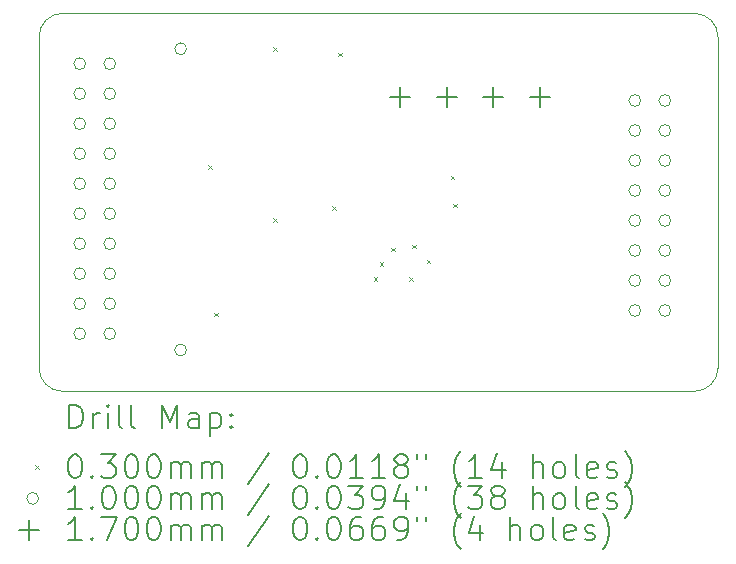
<source format=gbr>
%TF.GenerationSoftware,KiCad,Pcbnew,8.0.8-8.0.8-0~ubuntu22.04.1*%
%TF.CreationDate,2025-01-23T22:19:47+01:00*%
%TF.ProjectId,glm5va,676c6d35-7661-42e6-9b69-6361645f7063,v1.0*%
%TF.SameCoordinates,Original*%
%TF.FileFunction,Drillmap*%
%TF.FilePolarity,Positive*%
%FSLAX45Y45*%
G04 Gerber Fmt 4.5, Leading zero omitted, Abs format (unit mm)*
G04 Created by KiCad (PCBNEW 8.0.8-8.0.8-0~ubuntu22.04.1) date 2025-01-23 22:19:47*
%MOMM*%
%LPD*%
G01*
G04 APERTURE LIST*
%ADD10C,0.050000*%
%ADD11C,0.200000*%
%ADD12C,0.100000*%
%ADD13C,0.170000*%
G04 APERTURE END LIST*
D10*
X11850000Y-6950000D02*
X17200000Y-6950000D01*
X11650000Y-9950000D02*
X11650000Y-7150000D01*
X17200000Y-6950000D02*
G75*
G02*
X17400000Y-7150000I0J-200000D01*
G01*
X17400000Y-7150000D02*
X17400000Y-9950000D01*
X11850000Y-10150000D02*
G75*
G02*
X11650000Y-9950000I0J200000D01*
G01*
X17400000Y-9950000D02*
G75*
G02*
X17200000Y-10150000I-200000J0D01*
G01*
X11650000Y-7150000D02*
G75*
G02*
X11850000Y-6950000I200000J0D01*
G01*
X17200000Y-10150000D02*
X11850000Y-10150000D01*
D11*
D12*
X13085000Y-8235000D02*
X13115000Y-8265000D01*
X13115000Y-8235000D02*
X13085000Y-8265000D01*
X13135000Y-9485000D02*
X13165000Y-9515000D01*
X13165000Y-9485000D02*
X13135000Y-9515000D01*
X13635000Y-7235000D02*
X13665000Y-7265000D01*
X13665000Y-7235000D02*
X13635000Y-7265000D01*
X13635000Y-8685000D02*
X13665000Y-8715000D01*
X13665000Y-8685000D02*
X13635000Y-8715000D01*
X14135000Y-8585000D02*
X14165000Y-8615000D01*
X14165000Y-8585000D02*
X14135000Y-8615000D01*
X14185000Y-7285000D02*
X14215000Y-7315000D01*
X14215000Y-7285000D02*
X14185000Y-7315000D01*
X14485000Y-9185000D02*
X14515000Y-9215000D01*
X14515000Y-9185000D02*
X14485000Y-9215000D01*
X14535000Y-9055000D02*
X14565000Y-9085000D01*
X14565000Y-9055000D02*
X14535000Y-9085000D01*
X14635000Y-8935000D02*
X14665000Y-8965000D01*
X14665000Y-8935000D02*
X14635000Y-8965000D01*
X14785000Y-9185000D02*
X14815000Y-9215000D01*
X14815000Y-9185000D02*
X14785000Y-9215000D01*
X14810000Y-8910000D02*
X14840000Y-8940000D01*
X14840000Y-8910000D02*
X14810000Y-8940000D01*
X14935000Y-9035000D02*
X14965000Y-9065000D01*
X14965000Y-9035000D02*
X14935000Y-9065000D01*
X15135000Y-8323536D02*
X15165000Y-8353536D01*
X15165000Y-8323536D02*
X15135000Y-8353536D01*
X15160000Y-8560000D02*
X15190000Y-8590000D01*
X15190000Y-8560000D02*
X15160000Y-8590000D01*
X12046000Y-7376000D02*
G75*
G02*
X11946000Y-7376000I-50000J0D01*
G01*
X11946000Y-7376000D02*
G75*
G02*
X12046000Y-7376000I50000J0D01*
G01*
X12046000Y-7630000D02*
G75*
G02*
X11946000Y-7630000I-50000J0D01*
G01*
X11946000Y-7630000D02*
G75*
G02*
X12046000Y-7630000I50000J0D01*
G01*
X12046000Y-7884000D02*
G75*
G02*
X11946000Y-7884000I-50000J0D01*
G01*
X11946000Y-7884000D02*
G75*
G02*
X12046000Y-7884000I50000J0D01*
G01*
X12046000Y-8138000D02*
G75*
G02*
X11946000Y-8138000I-50000J0D01*
G01*
X11946000Y-8138000D02*
G75*
G02*
X12046000Y-8138000I50000J0D01*
G01*
X12046000Y-8392000D02*
G75*
G02*
X11946000Y-8392000I-50000J0D01*
G01*
X11946000Y-8392000D02*
G75*
G02*
X12046000Y-8392000I50000J0D01*
G01*
X12046000Y-8646000D02*
G75*
G02*
X11946000Y-8646000I-50000J0D01*
G01*
X11946000Y-8646000D02*
G75*
G02*
X12046000Y-8646000I50000J0D01*
G01*
X12046000Y-8900000D02*
G75*
G02*
X11946000Y-8900000I-50000J0D01*
G01*
X11946000Y-8900000D02*
G75*
G02*
X12046000Y-8900000I50000J0D01*
G01*
X12046000Y-9154000D02*
G75*
G02*
X11946000Y-9154000I-50000J0D01*
G01*
X11946000Y-9154000D02*
G75*
G02*
X12046000Y-9154000I50000J0D01*
G01*
X12046000Y-9408000D02*
G75*
G02*
X11946000Y-9408000I-50000J0D01*
G01*
X11946000Y-9408000D02*
G75*
G02*
X12046000Y-9408000I50000J0D01*
G01*
X12046000Y-9662000D02*
G75*
G02*
X11946000Y-9662000I-50000J0D01*
G01*
X11946000Y-9662000D02*
G75*
G02*
X12046000Y-9662000I50000J0D01*
G01*
X12300000Y-7376000D02*
G75*
G02*
X12200000Y-7376000I-50000J0D01*
G01*
X12200000Y-7376000D02*
G75*
G02*
X12300000Y-7376000I50000J0D01*
G01*
X12300000Y-7630000D02*
G75*
G02*
X12200000Y-7630000I-50000J0D01*
G01*
X12200000Y-7630000D02*
G75*
G02*
X12300000Y-7630000I50000J0D01*
G01*
X12300000Y-7884000D02*
G75*
G02*
X12200000Y-7884000I-50000J0D01*
G01*
X12200000Y-7884000D02*
G75*
G02*
X12300000Y-7884000I50000J0D01*
G01*
X12300000Y-8138000D02*
G75*
G02*
X12200000Y-8138000I-50000J0D01*
G01*
X12200000Y-8138000D02*
G75*
G02*
X12300000Y-8138000I50000J0D01*
G01*
X12300000Y-8392000D02*
G75*
G02*
X12200000Y-8392000I-50000J0D01*
G01*
X12200000Y-8392000D02*
G75*
G02*
X12300000Y-8392000I50000J0D01*
G01*
X12300000Y-8646000D02*
G75*
G02*
X12200000Y-8646000I-50000J0D01*
G01*
X12200000Y-8646000D02*
G75*
G02*
X12300000Y-8646000I50000J0D01*
G01*
X12300000Y-8900000D02*
G75*
G02*
X12200000Y-8900000I-50000J0D01*
G01*
X12200000Y-8900000D02*
G75*
G02*
X12300000Y-8900000I50000J0D01*
G01*
X12300000Y-9154000D02*
G75*
G02*
X12200000Y-9154000I-50000J0D01*
G01*
X12200000Y-9154000D02*
G75*
G02*
X12300000Y-9154000I50000J0D01*
G01*
X12300000Y-9408000D02*
G75*
G02*
X12200000Y-9408000I-50000J0D01*
G01*
X12200000Y-9408000D02*
G75*
G02*
X12300000Y-9408000I50000J0D01*
G01*
X12300000Y-9662000D02*
G75*
G02*
X12200000Y-9662000I-50000J0D01*
G01*
X12200000Y-9662000D02*
G75*
G02*
X12300000Y-9662000I50000J0D01*
G01*
X12900000Y-7250000D02*
G75*
G02*
X12800000Y-7250000I-50000J0D01*
G01*
X12800000Y-7250000D02*
G75*
G02*
X12900000Y-7250000I50000J0D01*
G01*
X12900000Y-9800000D02*
G75*
G02*
X12800000Y-9800000I-50000J0D01*
G01*
X12800000Y-9800000D02*
G75*
G02*
X12900000Y-9800000I50000J0D01*
G01*
X16746000Y-7688000D02*
G75*
G02*
X16646000Y-7688000I-50000J0D01*
G01*
X16646000Y-7688000D02*
G75*
G02*
X16746000Y-7688000I50000J0D01*
G01*
X16746000Y-7942000D02*
G75*
G02*
X16646000Y-7942000I-50000J0D01*
G01*
X16646000Y-7942000D02*
G75*
G02*
X16746000Y-7942000I50000J0D01*
G01*
X16746000Y-8196000D02*
G75*
G02*
X16646000Y-8196000I-50000J0D01*
G01*
X16646000Y-8196000D02*
G75*
G02*
X16746000Y-8196000I50000J0D01*
G01*
X16746000Y-8450000D02*
G75*
G02*
X16646000Y-8450000I-50000J0D01*
G01*
X16646000Y-8450000D02*
G75*
G02*
X16746000Y-8450000I50000J0D01*
G01*
X16746000Y-8704000D02*
G75*
G02*
X16646000Y-8704000I-50000J0D01*
G01*
X16646000Y-8704000D02*
G75*
G02*
X16746000Y-8704000I50000J0D01*
G01*
X16746000Y-8958000D02*
G75*
G02*
X16646000Y-8958000I-50000J0D01*
G01*
X16646000Y-8958000D02*
G75*
G02*
X16746000Y-8958000I50000J0D01*
G01*
X16746000Y-9212000D02*
G75*
G02*
X16646000Y-9212000I-50000J0D01*
G01*
X16646000Y-9212000D02*
G75*
G02*
X16746000Y-9212000I50000J0D01*
G01*
X16746000Y-9466000D02*
G75*
G02*
X16646000Y-9466000I-50000J0D01*
G01*
X16646000Y-9466000D02*
G75*
G02*
X16746000Y-9466000I50000J0D01*
G01*
X17000000Y-7688000D02*
G75*
G02*
X16900000Y-7688000I-50000J0D01*
G01*
X16900000Y-7688000D02*
G75*
G02*
X17000000Y-7688000I50000J0D01*
G01*
X17000000Y-7942000D02*
G75*
G02*
X16900000Y-7942000I-50000J0D01*
G01*
X16900000Y-7942000D02*
G75*
G02*
X17000000Y-7942000I50000J0D01*
G01*
X17000000Y-8196000D02*
G75*
G02*
X16900000Y-8196000I-50000J0D01*
G01*
X16900000Y-8196000D02*
G75*
G02*
X17000000Y-8196000I50000J0D01*
G01*
X17000000Y-8450000D02*
G75*
G02*
X16900000Y-8450000I-50000J0D01*
G01*
X16900000Y-8450000D02*
G75*
G02*
X17000000Y-8450000I50000J0D01*
G01*
X17000000Y-8704000D02*
G75*
G02*
X16900000Y-8704000I-50000J0D01*
G01*
X16900000Y-8704000D02*
G75*
G02*
X17000000Y-8704000I50000J0D01*
G01*
X17000000Y-8958000D02*
G75*
G02*
X16900000Y-8958000I-50000J0D01*
G01*
X16900000Y-8958000D02*
G75*
G02*
X17000000Y-8958000I50000J0D01*
G01*
X17000000Y-9212000D02*
G75*
G02*
X16900000Y-9212000I-50000J0D01*
G01*
X16900000Y-9212000D02*
G75*
G02*
X17000000Y-9212000I50000J0D01*
G01*
X17000000Y-9466000D02*
G75*
G02*
X16900000Y-9466000I-50000J0D01*
G01*
X16900000Y-9466000D02*
G75*
G02*
X17000000Y-9466000I50000J0D01*
G01*
D13*
X14706000Y-7575500D02*
X14706000Y-7745500D01*
X14621000Y-7660500D02*
X14791000Y-7660500D01*
X15102000Y-7575500D02*
X15102000Y-7745500D01*
X15017000Y-7660500D02*
X15187000Y-7660500D01*
X15498000Y-7575500D02*
X15498000Y-7745500D01*
X15413000Y-7660500D02*
X15583000Y-7660500D01*
X15894000Y-7575500D02*
X15894000Y-7745500D01*
X15809000Y-7660500D02*
X15979000Y-7660500D01*
D11*
X11908277Y-10463984D02*
X11908277Y-10263984D01*
X11908277Y-10263984D02*
X11955896Y-10263984D01*
X11955896Y-10263984D02*
X11984467Y-10273508D01*
X11984467Y-10273508D02*
X12003515Y-10292555D01*
X12003515Y-10292555D02*
X12013039Y-10311603D01*
X12013039Y-10311603D02*
X12022562Y-10349698D01*
X12022562Y-10349698D02*
X12022562Y-10378270D01*
X12022562Y-10378270D02*
X12013039Y-10416365D01*
X12013039Y-10416365D02*
X12003515Y-10435412D01*
X12003515Y-10435412D02*
X11984467Y-10454460D01*
X11984467Y-10454460D02*
X11955896Y-10463984D01*
X11955896Y-10463984D02*
X11908277Y-10463984D01*
X12108277Y-10463984D02*
X12108277Y-10330650D01*
X12108277Y-10368746D02*
X12117801Y-10349698D01*
X12117801Y-10349698D02*
X12127324Y-10340174D01*
X12127324Y-10340174D02*
X12146372Y-10330650D01*
X12146372Y-10330650D02*
X12165420Y-10330650D01*
X12232086Y-10463984D02*
X12232086Y-10330650D01*
X12232086Y-10263984D02*
X12222562Y-10273508D01*
X12222562Y-10273508D02*
X12232086Y-10283031D01*
X12232086Y-10283031D02*
X12241610Y-10273508D01*
X12241610Y-10273508D02*
X12232086Y-10263984D01*
X12232086Y-10263984D02*
X12232086Y-10283031D01*
X12355896Y-10463984D02*
X12336848Y-10454460D01*
X12336848Y-10454460D02*
X12327324Y-10435412D01*
X12327324Y-10435412D02*
X12327324Y-10263984D01*
X12460658Y-10463984D02*
X12441610Y-10454460D01*
X12441610Y-10454460D02*
X12432086Y-10435412D01*
X12432086Y-10435412D02*
X12432086Y-10263984D01*
X12689229Y-10463984D02*
X12689229Y-10263984D01*
X12689229Y-10263984D02*
X12755896Y-10406841D01*
X12755896Y-10406841D02*
X12822562Y-10263984D01*
X12822562Y-10263984D02*
X12822562Y-10463984D01*
X13003515Y-10463984D02*
X13003515Y-10359222D01*
X13003515Y-10359222D02*
X12993991Y-10340174D01*
X12993991Y-10340174D02*
X12974943Y-10330650D01*
X12974943Y-10330650D02*
X12936848Y-10330650D01*
X12936848Y-10330650D02*
X12917801Y-10340174D01*
X13003515Y-10454460D02*
X12984467Y-10463984D01*
X12984467Y-10463984D02*
X12936848Y-10463984D01*
X12936848Y-10463984D02*
X12917801Y-10454460D01*
X12917801Y-10454460D02*
X12908277Y-10435412D01*
X12908277Y-10435412D02*
X12908277Y-10416365D01*
X12908277Y-10416365D02*
X12917801Y-10397317D01*
X12917801Y-10397317D02*
X12936848Y-10387793D01*
X12936848Y-10387793D02*
X12984467Y-10387793D01*
X12984467Y-10387793D02*
X13003515Y-10378270D01*
X13098753Y-10330650D02*
X13098753Y-10530650D01*
X13098753Y-10340174D02*
X13117801Y-10330650D01*
X13117801Y-10330650D02*
X13155896Y-10330650D01*
X13155896Y-10330650D02*
X13174943Y-10340174D01*
X13174943Y-10340174D02*
X13184467Y-10349698D01*
X13184467Y-10349698D02*
X13193991Y-10368746D01*
X13193991Y-10368746D02*
X13193991Y-10425889D01*
X13193991Y-10425889D02*
X13184467Y-10444936D01*
X13184467Y-10444936D02*
X13174943Y-10454460D01*
X13174943Y-10454460D02*
X13155896Y-10463984D01*
X13155896Y-10463984D02*
X13117801Y-10463984D01*
X13117801Y-10463984D02*
X13098753Y-10454460D01*
X13279705Y-10444936D02*
X13289229Y-10454460D01*
X13289229Y-10454460D02*
X13279705Y-10463984D01*
X13279705Y-10463984D02*
X13270182Y-10454460D01*
X13270182Y-10454460D02*
X13279705Y-10444936D01*
X13279705Y-10444936D02*
X13279705Y-10463984D01*
X13279705Y-10340174D02*
X13289229Y-10349698D01*
X13289229Y-10349698D02*
X13279705Y-10359222D01*
X13279705Y-10359222D02*
X13270182Y-10349698D01*
X13270182Y-10349698D02*
X13279705Y-10340174D01*
X13279705Y-10340174D02*
X13279705Y-10359222D01*
D12*
X11617500Y-10777500D02*
X11647500Y-10807500D01*
X11647500Y-10777500D02*
X11617500Y-10807500D01*
D11*
X11946372Y-10683984D02*
X11965420Y-10683984D01*
X11965420Y-10683984D02*
X11984467Y-10693508D01*
X11984467Y-10693508D02*
X11993991Y-10703031D01*
X11993991Y-10703031D02*
X12003515Y-10722079D01*
X12003515Y-10722079D02*
X12013039Y-10760174D01*
X12013039Y-10760174D02*
X12013039Y-10807793D01*
X12013039Y-10807793D02*
X12003515Y-10845889D01*
X12003515Y-10845889D02*
X11993991Y-10864936D01*
X11993991Y-10864936D02*
X11984467Y-10874460D01*
X11984467Y-10874460D02*
X11965420Y-10883984D01*
X11965420Y-10883984D02*
X11946372Y-10883984D01*
X11946372Y-10883984D02*
X11927324Y-10874460D01*
X11927324Y-10874460D02*
X11917801Y-10864936D01*
X11917801Y-10864936D02*
X11908277Y-10845889D01*
X11908277Y-10845889D02*
X11898753Y-10807793D01*
X11898753Y-10807793D02*
X11898753Y-10760174D01*
X11898753Y-10760174D02*
X11908277Y-10722079D01*
X11908277Y-10722079D02*
X11917801Y-10703031D01*
X11917801Y-10703031D02*
X11927324Y-10693508D01*
X11927324Y-10693508D02*
X11946372Y-10683984D01*
X12098753Y-10864936D02*
X12108277Y-10874460D01*
X12108277Y-10874460D02*
X12098753Y-10883984D01*
X12098753Y-10883984D02*
X12089229Y-10874460D01*
X12089229Y-10874460D02*
X12098753Y-10864936D01*
X12098753Y-10864936D02*
X12098753Y-10883984D01*
X12174943Y-10683984D02*
X12298753Y-10683984D01*
X12298753Y-10683984D02*
X12232086Y-10760174D01*
X12232086Y-10760174D02*
X12260658Y-10760174D01*
X12260658Y-10760174D02*
X12279705Y-10769698D01*
X12279705Y-10769698D02*
X12289229Y-10779222D01*
X12289229Y-10779222D02*
X12298753Y-10798270D01*
X12298753Y-10798270D02*
X12298753Y-10845889D01*
X12298753Y-10845889D02*
X12289229Y-10864936D01*
X12289229Y-10864936D02*
X12279705Y-10874460D01*
X12279705Y-10874460D02*
X12260658Y-10883984D01*
X12260658Y-10883984D02*
X12203515Y-10883984D01*
X12203515Y-10883984D02*
X12184467Y-10874460D01*
X12184467Y-10874460D02*
X12174943Y-10864936D01*
X12422562Y-10683984D02*
X12441610Y-10683984D01*
X12441610Y-10683984D02*
X12460658Y-10693508D01*
X12460658Y-10693508D02*
X12470182Y-10703031D01*
X12470182Y-10703031D02*
X12479705Y-10722079D01*
X12479705Y-10722079D02*
X12489229Y-10760174D01*
X12489229Y-10760174D02*
X12489229Y-10807793D01*
X12489229Y-10807793D02*
X12479705Y-10845889D01*
X12479705Y-10845889D02*
X12470182Y-10864936D01*
X12470182Y-10864936D02*
X12460658Y-10874460D01*
X12460658Y-10874460D02*
X12441610Y-10883984D01*
X12441610Y-10883984D02*
X12422562Y-10883984D01*
X12422562Y-10883984D02*
X12403515Y-10874460D01*
X12403515Y-10874460D02*
X12393991Y-10864936D01*
X12393991Y-10864936D02*
X12384467Y-10845889D01*
X12384467Y-10845889D02*
X12374943Y-10807793D01*
X12374943Y-10807793D02*
X12374943Y-10760174D01*
X12374943Y-10760174D02*
X12384467Y-10722079D01*
X12384467Y-10722079D02*
X12393991Y-10703031D01*
X12393991Y-10703031D02*
X12403515Y-10693508D01*
X12403515Y-10693508D02*
X12422562Y-10683984D01*
X12613039Y-10683984D02*
X12632086Y-10683984D01*
X12632086Y-10683984D02*
X12651134Y-10693508D01*
X12651134Y-10693508D02*
X12660658Y-10703031D01*
X12660658Y-10703031D02*
X12670182Y-10722079D01*
X12670182Y-10722079D02*
X12679705Y-10760174D01*
X12679705Y-10760174D02*
X12679705Y-10807793D01*
X12679705Y-10807793D02*
X12670182Y-10845889D01*
X12670182Y-10845889D02*
X12660658Y-10864936D01*
X12660658Y-10864936D02*
X12651134Y-10874460D01*
X12651134Y-10874460D02*
X12632086Y-10883984D01*
X12632086Y-10883984D02*
X12613039Y-10883984D01*
X12613039Y-10883984D02*
X12593991Y-10874460D01*
X12593991Y-10874460D02*
X12584467Y-10864936D01*
X12584467Y-10864936D02*
X12574943Y-10845889D01*
X12574943Y-10845889D02*
X12565420Y-10807793D01*
X12565420Y-10807793D02*
X12565420Y-10760174D01*
X12565420Y-10760174D02*
X12574943Y-10722079D01*
X12574943Y-10722079D02*
X12584467Y-10703031D01*
X12584467Y-10703031D02*
X12593991Y-10693508D01*
X12593991Y-10693508D02*
X12613039Y-10683984D01*
X12765420Y-10883984D02*
X12765420Y-10750650D01*
X12765420Y-10769698D02*
X12774943Y-10760174D01*
X12774943Y-10760174D02*
X12793991Y-10750650D01*
X12793991Y-10750650D02*
X12822563Y-10750650D01*
X12822563Y-10750650D02*
X12841610Y-10760174D01*
X12841610Y-10760174D02*
X12851134Y-10779222D01*
X12851134Y-10779222D02*
X12851134Y-10883984D01*
X12851134Y-10779222D02*
X12860658Y-10760174D01*
X12860658Y-10760174D02*
X12879705Y-10750650D01*
X12879705Y-10750650D02*
X12908277Y-10750650D01*
X12908277Y-10750650D02*
X12927324Y-10760174D01*
X12927324Y-10760174D02*
X12936848Y-10779222D01*
X12936848Y-10779222D02*
X12936848Y-10883984D01*
X13032086Y-10883984D02*
X13032086Y-10750650D01*
X13032086Y-10769698D02*
X13041610Y-10760174D01*
X13041610Y-10760174D02*
X13060658Y-10750650D01*
X13060658Y-10750650D02*
X13089229Y-10750650D01*
X13089229Y-10750650D02*
X13108277Y-10760174D01*
X13108277Y-10760174D02*
X13117801Y-10779222D01*
X13117801Y-10779222D02*
X13117801Y-10883984D01*
X13117801Y-10779222D02*
X13127324Y-10760174D01*
X13127324Y-10760174D02*
X13146372Y-10750650D01*
X13146372Y-10750650D02*
X13174943Y-10750650D01*
X13174943Y-10750650D02*
X13193991Y-10760174D01*
X13193991Y-10760174D02*
X13203515Y-10779222D01*
X13203515Y-10779222D02*
X13203515Y-10883984D01*
X13593991Y-10674460D02*
X13422563Y-10931603D01*
X13851134Y-10683984D02*
X13870182Y-10683984D01*
X13870182Y-10683984D02*
X13889229Y-10693508D01*
X13889229Y-10693508D02*
X13898753Y-10703031D01*
X13898753Y-10703031D02*
X13908277Y-10722079D01*
X13908277Y-10722079D02*
X13917801Y-10760174D01*
X13917801Y-10760174D02*
X13917801Y-10807793D01*
X13917801Y-10807793D02*
X13908277Y-10845889D01*
X13908277Y-10845889D02*
X13898753Y-10864936D01*
X13898753Y-10864936D02*
X13889229Y-10874460D01*
X13889229Y-10874460D02*
X13870182Y-10883984D01*
X13870182Y-10883984D02*
X13851134Y-10883984D01*
X13851134Y-10883984D02*
X13832086Y-10874460D01*
X13832086Y-10874460D02*
X13822563Y-10864936D01*
X13822563Y-10864936D02*
X13813039Y-10845889D01*
X13813039Y-10845889D02*
X13803515Y-10807793D01*
X13803515Y-10807793D02*
X13803515Y-10760174D01*
X13803515Y-10760174D02*
X13813039Y-10722079D01*
X13813039Y-10722079D02*
X13822563Y-10703031D01*
X13822563Y-10703031D02*
X13832086Y-10693508D01*
X13832086Y-10693508D02*
X13851134Y-10683984D01*
X14003515Y-10864936D02*
X14013039Y-10874460D01*
X14013039Y-10874460D02*
X14003515Y-10883984D01*
X14003515Y-10883984D02*
X13993991Y-10874460D01*
X13993991Y-10874460D02*
X14003515Y-10864936D01*
X14003515Y-10864936D02*
X14003515Y-10883984D01*
X14136848Y-10683984D02*
X14155896Y-10683984D01*
X14155896Y-10683984D02*
X14174944Y-10693508D01*
X14174944Y-10693508D02*
X14184467Y-10703031D01*
X14184467Y-10703031D02*
X14193991Y-10722079D01*
X14193991Y-10722079D02*
X14203515Y-10760174D01*
X14203515Y-10760174D02*
X14203515Y-10807793D01*
X14203515Y-10807793D02*
X14193991Y-10845889D01*
X14193991Y-10845889D02*
X14184467Y-10864936D01*
X14184467Y-10864936D02*
X14174944Y-10874460D01*
X14174944Y-10874460D02*
X14155896Y-10883984D01*
X14155896Y-10883984D02*
X14136848Y-10883984D01*
X14136848Y-10883984D02*
X14117801Y-10874460D01*
X14117801Y-10874460D02*
X14108277Y-10864936D01*
X14108277Y-10864936D02*
X14098753Y-10845889D01*
X14098753Y-10845889D02*
X14089229Y-10807793D01*
X14089229Y-10807793D02*
X14089229Y-10760174D01*
X14089229Y-10760174D02*
X14098753Y-10722079D01*
X14098753Y-10722079D02*
X14108277Y-10703031D01*
X14108277Y-10703031D02*
X14117801Y-10693508D01*
X14117801Y-10693508D02*
X14136848Y-10683984D01*
X14393991Y-10883984D02*
X14279706Y-10883984D01*
X14336848Y-10883984D02*
X14336848Y-10683984D01*
X14336848Y-10683984D02*
X14317801Y-10712555D01*
X14317801Y-10712555D02*
X14298753Y-10731603D01*
X14298753Y-10731603D02*
X14279706Y-10741127D01*
X14584467Y-10883984D02*
X14470182Y-10883984D01*
X14527325Y-10883984D02*
X14527325Y-10683984D01*
X14527325Y-10683984D02*
X14508277Y-10712555D01*
X14508277Y-10712555D02*
X14489229Y-10731603D01*
X14489229Y-10731603D02*
X14470182Y-10741127D01*
X14698753Y-10769698D02*
X14679706Y-10760174D01*
X14679706Y-10760174D02*
X14670182Y-10750650D01*
X14670182Y-10750650D02*
X14660658Y-10731603D01*
X14660658Y-10731603D02*
X14660658Y-10722079D01*
X14660658Y-10722079D02*
X14670182Y-10703031D01*
X14670182Y-10703031D02*
X14679706Y-10693508D01*
X14679706Y-10693508D02*
X14698753Y-10683984D01*
X14698753Y-10683984D02*
X14736848Y-10683984D01*
X14736848Y-10683984D02*
X14755896Y-10693508D01*
X14755896Y-10693508D02*
X14765420Y-10703031D01*
X14765420Y-10703031D02*
X14774944Y-10722079D01*
X14774944Y-10722079D02*
X14774944Y-10731603D01*
X14774944Y-10731603D02*
X14765420Y-10750650D01*
X14765420Y-10750650D02*
X14755896Y-10760174D01*
X14755896Y-10760174D02*
X14736848Y-10769698D01*
X14736848Y-10769698D02*
X14698753Y-10769698D01*
X14698753Y-10769698D02*
X14679706Y-10779222D01*
X14679706Y-10779222D02*
X14670182Y-10788746D01*
X14670182Y-10788746D02*
X14660658Y-10807793D01*
X14660658Y-10807793D02*
X14660658Y-10845889D01*
X14660658Y-10845889D02*
X14670182Y-10864936D01*
X14670182Y-10864936D02*
X14679706Y-10874460D01*
X14679706Y-10874460D02*
X14698753Y-10883984D01*
X14698753Y-10883984D02*
X14736848Y-10883984D01*
X14736848Y-10883984D02*
X14755896Y-10874460D01*
X14755896Y-10874460D02*
X14765420Y-10864936D01*
X14765420Y-10864936D02*
X14774944Y-10845889D01*
X14774944Y-10845889D02*
X14774944Y-10807793D01*
X14774944Y-10807793D02*
X14765420Y-10788746D01*
X14765420Y-10788746D02*
X14755896Y-10779222D01*
X14755896Y-10779222D02*
X14736848Y-10769698D01*
X14851134Y-10683984D02*
X14851134Y-10722079D01*
X14927325Y-10683984D02*
X14927325Y-10722079D01*
X15222563Y-10960174D02*
X15213039Y-10950650D01*
X15213039Y-10950650D02*
X15193991Y-10922079D01*
X15193991Y-10922079D02*
X15184468Y-10903031D01*
X15184468Y-10903031D02*
X15174944Y-10874460D01*
X15174944Y-10874460D02*
X15165420Y-10826841D01*
X15165420Y-10826841D02*
X15165420Y-10788746D01*
X15165420Y-10788746D02*
X15174944Y-10741127D01*
X15174944Y-10741127D02*
X15184468Y-10712555D01*
X15184468Y-10712555D02*
X15193991Y-10693508D01*
X15193991Y-10693508D02*
X15213039Y-10664936D01*
X15213039Y-10664936D02*
X15222563Y-10655412D01*
X15403515Y-10883984D02*
X15289229Y-10883984D01*
X15346372Y-10883984D02*
X15346372Y-10683984D01*
X15346372Y-10683984D02*
X15327325Y-10712555D01*
X15327325Y-10712555D02*
X15308277Y-10731603D01*
X15308277Y-10731603D02*
X15289229Y-10741127D01*
X15574944Y-10750650D02*
X15574944Y-10883984D01*
X15527325Y-10674460D02*
X15479706Y-10817317D01*
X15479706Y-10817317D02*
X15603515Y-10817317D01*
X15832087Y-10883984D02*
X15832087Y-10683984D01*
X15917801Y-10883984D02*
X15917801Y-10779222D01*
X15917801Y-10779222D02*
X15908277Y-10760174D01*
X15908277Y-10760174D02*
X15889230Y-10750650D01*
X15889230Y-10750650D02*
X15860658Y-10750650D01*
X15860658Y-10750650D02*
X15841610Y-10760174D01*
X15841610Y-10760174D02*
X15832087Y-10769698D01*
X16041610Y-10883984D02*
X16022563Y-10874460D01*
X16022563Y-10874460D02*
X16013039Y-10864936D01*
X16013039Y-10864936D02*
X16003515Y-10845889D01*
X16003515Y-10845889D02*
X16003515Y-10788746D01*
X16003515Y-10788746D02*
X16013039Y-10769698D01*
X16013039Y-10769698D02*
X16022563Y-10760174D01*
X16022563Y-10760174D02*
X16041610Y-10750650D01*
X16041610Y-10750650D02*
X16070182Y-10750650D01*
X16070182Y-10750650D02*
X16089230Y-10760174D01*
X16089230Y-10760174D02*
X16098753Y-10769698D01*
X16098753Y-10769698D02*
X16108277Y-10788746D01*
X16108277Y-10788746D02*
X16108277Y-10845889D01*
X16108277Y-10845889D02*
X16098753Y-10864936D01*
X16098753Y-10864936D02*
X16089230Y-10874460D01*
X16089230Y-10874460D02*
X16070182Y-10883984D01*
X16070182Y-10883984D02*
X16041610Y-10883984D01*
X16222563Y-10883984D02*
X16203515Y-10874460D01*
X16203515Y-10874460D02*
X16193991Y-10855412D01*
X16193991Y-10855412D02*
X16193991Y-10683984D01*
X16374944Y-10874460D02*
X16355896Y-10883984D01*
X16355896Y-10883984D02*
X16317801Y-10883984D01*
X16317801Y-10883984D02*
X16298753Y-10874460D01*
X16298753Y-10874460D02*
X16289230Y-10855412D01*
X16289230Y-10855412D02*
X16289230Y-10779222D01*
X16289230Y-10779222D02*
X16298753Y-10760174D01*
X16298753Y-10760174D02*
X16317801Y-10750650D01*
X16317801Y-10750650D02*
X16355896Y-10750650D01*
X16355896Y-10750650D02*
X16374944Y-10760174D01*
X16374944Y-10760174D02*
X16384468Y-10779222D01*
X16384468Y-10779222D02*
X16384468Y-10798270D01*
X16384468Y-10798270D02*
X16289230Y-10817317D01*
X16460658Y-10874460D02*
X16479706Y-10883984D01*
X16479706Y-10883984D02*
X16517801Y-10883984D01*
X16517801Y-10883984D02*
X16536849Y-10874460D01*
X16536849Y-10874460D02*
X16546372Y-10855412D01*
X16546372Y-10855412D02*
X16546372Y-10845889D01*
X16546372Y-10845889D02*
X16536849Y-10826841D01*
X16536849Y-10826841D02*
X16517801Y-10817317D01*
X16517801Y-10817317D02*
X16489230Y-10817317D01*
X16489230Y-10817317D02*
X16470182Y-10807793D01*
X16470182Y-10807793D02*
X16460658Y-10788746D01*
X16460658Y-10788746D02*
X16460658Y-10779222D01*
X16460658Y-10779222D02*
X16470182Y-10760174D01*
X16470182Y-10760174D02*
X16489230Y-10750650D01*
X16489230Y-10750650D02*
X16517801Y-10750650D01*
X16517801Y-10750650D02*
X16536849Y-10760174D01*
X16613039Y-10960174D02*
X16622563Y-10950650D01*
X16622563Y-10950650D02*
X16641611Y-10922079D01*
X16641611Y-10922079D02*
X16651134Y-10903031D01*
X16651134Y-10903031D02*
X16660658Y-10874460D01*
X16660658Y-10874460D02*
X16670182Y-10826841D01*
X16670182Y-10826841D02*
X16670182Y-10788746D01*
X16670182Y-10788746D02*
X16660658Y-10741127D01*
X16660658Y-10741127D02*
X16651134Y-10712555D01*
X16651134Y-10712555D02*
X16641611Y-10693508D01*
X16641611Y-10693508D02*
X16622563Y-10664936D01*
X16622563Y-10664936D02*
X16613039Y-10655412D01*
D12*
X11647500Y-11056500D02*
G75*
G02*
X11547500Y-11056500I-50000J0D01*
G01*
X11547500Y-11056500D02*
G75*
G02*
X11647500Y-11056500I50000J0D01*
G01*
D11*
X12013039Y-11147984D02*
X11898753Y-11147984D01*
X11955896Y-11147984D02*
X11955896Y-10947984D01*
X11955896Y-10947984D02*
X11936848Y-10976555D01*
X11936848Y-10976555D02*
X11917801Y-10995603D01*
X11917801Y-10995603D02*
X11898753Y-11005127D01*
X12098753Y-11128936D02*
X12108277Y-11138460D01*
X12108277Y-11138460D02*
X12098753Y-11147984D01*
X12098753Y-11147984D02*
X12089229Y-11138460D01*
X12089229Y-11138460D02*
X12098753Y-11128936D01*
X12098753Y-11128936D02*
X12098753Y-11147984D01*
X12232086Y-10947984D02*
X12251134Y-10947984D01*
X12251134Y-10947984D02*
X12270182Y-10957508D01*
X12270182Y-10957508D02*
X12279705Y-10967031D01*
X12279705Y-10967031D02*
X12289229Y-10986079D01*
X12289229Y-10986079D02*
X12298753Y-11024174D01*
X12298753Y-11024174D02*
X12298753Y-11071793D01*
X12298753Y-11071793D02*
X12289229Y-11109889D01*
X12289229Y-11109889D02*
X12279705Y-11128936D01*
X12279705Y-11128936D02*
X12270182Y-11138460D01*
X12270182Y-11138460D02*
X12251134Y-11147984D01*
X12251134Y-11147984D02*
X12232086Y-11147984D01*
X12232086Y-11147984D02*
X12213039Y-11138460D01*
X12213039Y-11138460D02*
X12203515Y-11128936D01*
X12203515Y-11128936D02*
X12193991Y-11109889D01*
X12193991Y-11109889D02*
X12184467Y-11071793D01*
X12184467Y-11071793D02*
X12184467Y-11024174D01*
X12184467Y-11024174D02*
X12193991Y-10986079D01*
X12193991Y-10986079D02*
X12203515Y-10967031D01*
X12203515Y-10967031D02*
X12213039Y-10957508D01*
X12213039Y-10957508D02*
X12232086Y-10947984D01*
X12422562Y-10947984D02*
X12441610Y-10947984D01*
X12441610Y-10947984D02*
X12460658Y-10957508D01*
X12460658Y-10957508D02*
X12470182Y-10967031D01*
X12470182Y-10967031D02*
X12479705Y-10986079D01*
X12479705Y-10986079D02*
X12489229Y-11024174D01*
X12489229Y-11024174D02*
X12489229Y-11071793D01*
X12489229Y-11071793D02*
X12479705Y-11109889D01*
X12479705Y-11109889D02*
X12470182Y-11128936D01*
X12470182Y-11128936D02*
X12460658Y-11138460D01*
X12460658Y-11138460D02*
X12441610Y-11147984D01*
X12441610Y-11147984D02*
X12422562Y-11147984D01*
X12422562Y-11147984D02*
X12403515Y-11138460D01*
X12403515Y-11138460D02*
X12393991Y-11128936D01*
X12393991Y-11128936D02*
X12384467Y-11109889D01*
X12384467Y-11109889D02*
X12374943Y-11071793D01*
X12374943Y-11071793D02*
X12374943Y-11024174D01*
X12374943Y-11024174D02*
X12384467Y-10986079D01*
X12384467Y-10986079D02*
X12393991Y-10967031D01*
X12393991Y-10967031D02*
X12403515Y-10957508D01*
X12403515Y-10957508D02*
X12422562Y-10947984D01*
X12613039Y-10947984D02*
X12632086Y-10947984D01*
X12632086Y-10947984D02*
X12651134Y-10957508D01*
X12651134Y-10957508D02*
X12660658Y-10967031D01*
X12660658Y-10967031D02*
X12670182Y-10986079D01*
X12670182Y-10986079D02*
X12679705Y-11024174D01*
X12679705Y-11024174D02*
X12679705Y-11071793D01*
X12679705Y-11071793D02*
X12670182Y-11109889D01*
X12670182Y-11109889D02*
X12660658Y-11128936D01*
X12660658Y-11128936D02*
X12651134Y-11138460D01*
X12651134Y-11138460D02*
X12632086Y-11147984D01*
X12632086Y-11147984D02*
X12613039Y-11147984D01*
X12613039Y-11147984D02*
X12593991Y-11138460D01*
X12593991Y-11138460D02*
X12584467Y-11128936D01*
X12584467Y-11128936D02*
X12574943Y-11109889D01*
X12574943Y-11109889D02*
X12565420Y-11071793D01*
X12565420Y-11071793D02*
X12565420Y-11024174D01*
X12565420Y-11024174D02*
X12574943Y-10986079D01*
X12574943Y-10986079D02*
X12584467Y-10967031D01*
X12584467Y-10967031D02*
X12593991Y-10957508D01*
X12593991Y-10957508D02*
X12613039Y-10947984D01*
X12765420Y-11147984D02*
X12765420Y-11014650D01*
X12765420Y-11033698D02*
X12774943Y-11024174D01*
X12774943Y-11024174D02*
X12793991Y-11014650D01*
X12793991Y-11014650D02*
X12822563Y-11014650D01*
X12822563Y-11014650D02*
X12841610Y-11024174D01*
X12841610Y-11024174D02*
X12851134Y-11043222D01*
X12851134Y-11043222D02*
X12851134Y-11147984D01*
X12851134Y-11043222D02*
X12860658Y-11024174D01*
X12860658Y-11024174D02*
X12879705Y-11014650D01*
X12879705Y-11014650D02*
X12908277Y-11014650D01*
X12908277Y-11014650D02*
X12927324Y-11024174D01*
X12927324Y-11024174D02*
X12936848Y-11043222D01*
X12936848Y-11043222D02*
X12936848Y-11147984D01*
X13032086Y-11147984D02*
X13032086Y-11014650D01*
X13032086Y-11033698D02*
X13041610Y-11024174D01*
X13041610Y-11024174D02*
X13060658Y-11014650D01*
X13060658Y-11014650D02*
X13089229Y-11014650D01*
X13089229Y-11014650D02*
X13108277Y-11024174D01*
X13108277Y-11024174D02*
X13117801Y-11043222D01*
X13117801Y-11043222D02*
X13117801Y-11147984D01*
X13117801Y-11043222D02*
X13127324Y-11024174D01*
X13127324Y-11024174D02*
X13146372Y-11014650D01*
X13146372Y-11014650D02*
X13174943Y-11014650D01*
X13174943Y-11014650D02*
X13193991Y-11024174D01*
X13193991Y-11024174D02*
X13203515Y-11043222D01*
X13203515Y-11043222D02*
X13203515Y-11147984D01*
X13593991Y-10938460D02*
X13422563Y-11195603D01*
X13851134Y-10947984D02*
X13870182Y-10947984D01*
X13870182Y-10947984D02*
X13889229Y-10957508D01*
X13889229Y-10957508D02*
X13898753Y-10967031D01*
X13898753Y-10967031D02*
X13908277Y-10986079D01*
X13908277Y-10986079D02*
X13917801Y-11024174D01*
X13917801Y-11024174D02*
X13917801Y-11071793D01*
X13917801Y-11071793D02*
X13908277Y-11109889D01*
X13908277Y-11109889D02*
X13898753Y-11128936D01*
X13898753Y-11128936D02*
X13889229Y-11138460D01*
X13889229Y-11138460D02*
X13870182Y-11147984D01*
X13870182Y-11147984D02*
X13851134Y-11147984D01*
X13851134Y-11147984D02*
X13832086Y-11138460D01*
X13832086Y-11138460D02*
X13822563Y-11128936D01*
X13822563Y-11128936D02*
X13813039Y-11109889D01*
X13813039Y-11109889D02*
X13803515Y-11071793D01*
X13803515Y-11071793D02*
X13803515Y-11024174D01*
X13803515Y-11024174D02*
X13813039Y-10986079D01*
X13813039Y-10986079D02*
X13822563Y-10967031D01*
X13822563Y-10967031D02*
X13832086Y-10957508D01*
X13832086Y-10957508D02*
X13851134Y-10947984D01*
X14003515Y-11128936D02*
X14013039Y-11138460D01*
X14013039Y-11138460D02*
X14003515Y-11147984D01*
X14003515Y-11147984D02*
X13993991Y-11138460D01*
X13993991Y-11138460D02*
X14003515Y-11128936D01*
X14003515Y-11128936D02*
X14003515Y-11147984D01*
X14136848Y-10947984D02*
X14155896Y-10947984D01*
X14155896Y-10947984D02*
X14174944Y-10957508D01*
X14174944Y-10957508D02*
X14184467Y-10967031D01*
X14184467Y-10967031D02*
X14193991Y-10986079D01*
X14193991Y-10986079D02*
X14203515Y-11024174D01*
X14203515Y-11024174D02*
X14203515Y-11071793D01*
X14203515Y-11071793D02*
X14193991Y-11109889D01*
X14193991Y-11109889D02*
X14184467Y-11128936D01*
X14184467Y-11128936D02*
X14174944Y-11138460D01*
X14174944Y-11138460D02*
X14155896Y-11147984D01*
X14155896Y-11147984D02*
X14136848Y-11147984D01*
X14136848Y-11147984D02*
X14117801Y-11138460D01*
X14117801Y-11138460D02*
X14108277Y-11128936D01*
X14108277Y-11128936D02*
X14098753Y-11109889D01*
X14098753Y-11109889D02*
X14089229Y-11071793D01*
X14089229Y-11071793D02*
X14089229Y-11024174D01*
X14089229Y-11024174D02*
X14098753Y-10986079D01*
X14098753Y-10986079D02*
X14108277Y-10967031D01*
X14108277Y-10967031D02*
X14117801Y-10957508D01*
X14117801Y-10957508D02*
X14136848Y-10947984D01*
X14270182Y-10947984D02*
X14393991Y-10947984D01*
X14393991Y-10947984D02*
X14327325Y-11024174D01*
X14327325Y-11024174D02*
X14355896Y-11024174D01*
X14355896Y-11024174D02*
X14374944Y-11033698D01*
X14374944Y-11033698D02*
X14384467Y-11043222D01*
X14384467Y-11043222D02*
X14393991Y-11062270D01*
X14393991Y-11062270D02*
X14393991Y-11109889D01*
X14393991Y-11109889D02*
X14384467Y-11128936D01*
X14384467Y-11128936D02*
X14374944Y-11138460D01*
X14374944Y-11138460D02*
X14355896Y-11147984D01*
X14355896Y-11147984D02*
X14298753Y-11147984D01*
X14298753Y-11147984D02*
X14279706Y-11138460D01*
X14279706Y-11138460D02*
X14270182Y-11128936D01*
X14489229Y-11147984D02*
X14527325Y-11147984D01*
X14527325Y-11147984D02*
X14546372Y-11138460D01*
X14546372Y-11138460D02*
X14555896Y-11128936D01*
X14555896Y-11128936D02*
X14574944Y-11100365D01*
X14574944Y-11100365D02*
X14584467Y-11062270D01*
X14584467Y-11062270D02*
X14584467Y-10986079D01*
X14584467Y-10986079D02*
X14574944Y-10967031D01*
X14574944Y-10967031D02*
X14565420Y-10957508D01*
X14565420Y-10957508D02*
X14546372Y-10947984D01*
X14546372Y-10947984D02*
X14508277Y-10947984D01*
X14508277Y-10947984D02*
X14489229Y-10957508D01*
X14489229Y-10957508D02*
X14479706Y-10967031D01*
X14479706Y-10967031D02*
X14470182Y-10986079D01*
X14470182Y-10986079D02*
X14470182Y-11033698D01*
X14470182Y-11033698D02*
X14479706Y-11052746D01*
X14479706Y-11052746D02*
X14489229Y-11062270D01*
X14489229Y-11062270D02*
X14508277Y-11071793D01*
X14508277Y-11071793D02*
X14546372Y-11071793D01*
X14546372Y-11071793D02*
X14565420Y-11062270D01*
X14565420Y-11062270D02*
X14574944Y-11052746D01*
X14574944Y-11052746D02*
X14584467Y-11033698D01*
X14755896Y-11014650D02*
X14755896Y-11147984D01*
X14708277Y-10938460D02*
X14660658Y-11081317D01*
X14660658Y-11081317D02*
X14784467Y-11081317D01*
X14851134Y-10947984D02*
X14851134Y-10986079D01*
X14927325Y-10947984D02*
X14927325Y-10986079D01*
X15222563Y-11224174D02*
X15213039Y-11214650D01*
X15213039Y-11214650D02*
X15193991Y-11186079D01*
X15193991Y-11186079D02*
X15184468Y-11167031D01*
X15184468Y-11167031D02*
X15174944Y-11138460D01*
X15174944Y-11138460D02*
X15165420Y-11090841D01*
X15165420Y-11090841D02*
X15165420Y-11052746D01*
X15165420Y-11052746D02*
X15174944Y-11005127D01*
X15174944Y-11005127D02*
X15184468Y-10976555D01*
X15184468Y-10976555D02*
X15193991Y-10957508D01*
X15193991Y-10957508D02*
X15213039Y-10928936D01*
X15213039Y-10928936D02*
X15222563Y-10919412D01*
X15279706Y-10947984D02*
X15403515Y-10947984D01*
X15403515Y-10947984D02*
X15336848Y-11024174D01*
X15336848Y-11024174D02*
X15365420Y-11024174D01*
X15365420Y-11024174D02*
X15384468Y-11033698D01*
X15384468Y-11033698D02*
X15393991Y-11043222D01*
X15393991Y-11043222D02*
X15403515Y-11062270D01*
X15403515Y-11062270D02*
X15403515Y-11109889D01*
X15403515Y-11109889D02*
X15393991Y-11128936D01*
X15393991Y-11128936D02*
X15384468Y-11138460D01*
X15384468Y-11138460D02*
X15365420Y-11147984D01*
X15365420Y-11147984D02*
X15308277Y-11147984D01*
X15308277Y-11147984D02*
X15289229Y-11138460D01*
X15289229Y-11138460D02*
X15279706Y-11128936D01*
X15517801Y-11033698D02*
X15498753Y-11024174D01*
X15498753Y-11024174D02*
X15489229Y-11014650D01*
X15489229Y-11014650D02*
X15479706Y-10995603D01*
X15479706Y-10995603D02*
X15479706Y-10986079D01*
X15479706Y-10986079D02*
X15489229Y-10967031D01*
X15489229Y-10967031D02*
X15498753Y-10957508D01*
X15498753Y-10957508D02*
X15517801Y-10947984D01*
X15517801Y-10947984D02*
X15555896Y-10947984D01*
X15555896Y-10947984D02*
X15574944Y-10957508D01*
X15574944Y-10957508D02*
X15584468Y-10967031D01*
X15584468Y-10967031D02*
X15593991Y-10986079D01*
X15593991Y-10986079D02*
X15593991Y-10995603D01*
X15593991Y-10995603D02*
X15584468Y-11014650D01*
X15584468Y-11014650D02*
X15574944Y-11024174D01*
X15574944Y-11024174D02*
X15555896Y-11033698D01*
X15555896Y-11033698D02*
X15517801Y-11033698D01*
X15517801Y-11033698D02*
X15498753Y-11043222D01*
X15498753Y-11043222D02*
X15489229Y-11052746D01*
X15489229Y-11052746D02*
X15479706Y-11071793D01*
X15479706Y-11071793D02*
X15479706Y-11109889D01*
X15479706Y-11109889D02*
X15489229Y-11128936D01*
X15489229Y-11128936D02*
X15498753Y-11138460D01*
X15498753Y-11138460D02*
X15517801Y-11147984D01*
X15517801Y-11147984D02*
X15555896Y-11147984D01*
X15555896Y-11147984D02*
X15574944Y-11138460D01*
X15574944Y-11138460D02*
X15584468Y-11128936D01*
X15584468Y-11128936D02*
X15593991Y-11109889D01*
X15593991Y-11109889D02*
X15593991Y-11071793D01*
X15593991Y-11071793D02*
X15584468Y-11052746D01*
X15584468Y-11052746D02*
X15574944Y-11043222D01*
X15574944Y-11043222D02*
X15555896Y-11033698D01*
X15832087Y-11147984D02*
X15832087Y-10947984D01*
X15917801Y-11147984D02*
X15917801Y-11043222D01*
X15917801Y-11043222D02*
X15908277Y-11024174D01*
X15908277Y-11024174D02*
X15889230Y-11014650D01*
X15889230Y-11014650D02*
X15860658Y-11014650D01*
X15860658Y-11014650D02*
X15841610Y-11024174D01*
X15841610Y-11024174D02*
X15832087Y-11033698D01*
X16041610Y-11147984D02*
X16022563Y-11138460D01*
X16022563Y-11138460D02*
X16013039Y-11128936D01*
X16013039Y-11128936D02*
X16003515Y-11109889D01*
X16003515Y-11109889D02*
X16003515Y-11052746D01*
X16003515Y-11052746D02*
X16013039Y-11033698D01*
X16013039Y-11033698D02*
X16022563Y-11024174D01*
X16022563Y-11024174D02*
X16041610Y-11014650D01*
X16041610Y-11014650D02*
X16070182Y-11014650D01*
X16070182Y-11014650D02*
X16089230Y-11024174D01*
X16089230Y-11024174D02*
X16098753Y-11033698D01*
X16098753Y-11033698D02*
X16108277Y-11052746D01*
X16108277Y-11052746D02*
X16108277Y-11109889D01*
X16108277Y-11109889D02*
X16098753Y-11128936D01*
X16098753Y-11128936D02*
X16089230Y-11138460D01*
X16089230Y-11138460D02*
X16070182Y-11147984D01*
X16070182Y-11147984D02*
X16041610Y-11147984D01*
X16222563Y-11147984D02*
X16203515Y-11138460D01*
X16203515Y-11138460D02*
X16193991Y-11119412D01*
X16193991Y-11119412D02*
X16193991Y-10947984D01*
X16374944Y-11138460D02*
X16355896Y-11147984D01*
X16355896Y-11147984D02*
X16317801Y-11147984D01*
X16317801Y-11147984D02*
X16298753Y-11138460D01*
X16298753Y-11138460D02*
X16289230Y-11119412D01*
X16289230Y-11119412D02*
X16289230Y-11043222D01*
X16289230Y-11043222D02*
X16298753Y-11024174D01*
X16298753Y-11024174D02*
X16317801Y-11014650D01*
X16317801Y-11014650D02*
X16355896Y-11014650D01*
X16355896Y-11014650D02*
X16374944Y-11024174D01*
X16374944Y-11024174D02*
X16384468Y-11043222D01*
X16384468Y-11043222D02*
X16384468Y-11062270D01*
X16384468Y-11062270D02*
X16289230Y-11081317D01*
X16460658Y-11138460D02*
X16479706Y-11147984D01*
X16479706Y-11147984D02*
X16517801Y-11147984D01*
X16517801Y-11147984D02*
X16536849Y-11138460D01*
X16536849Y-11138460D02*
X16546372Y-11119412D01*
X16546372Y-11119412D02*
X16546372Y-11109889D01*
X16546372Y-11109889D02*
X16536849Y-11090841D01*
X16536849Y-11090841D02*
X16517801Y-11081317D01*
X16517801Y-11081317D02*
X16489230Y-11081317D01*
X16489230Y-11081317D02*
X16470182Y-11071793D01*
X16470182Y-11071793D02*
X16460658Y-11052746D01*
X16460658Y-11052746D02*
X16460658Y-11043222D01*
X16460658Y-11043222D02*
X16470182Y-11024174D01*
X16470182Y-11024174D02*
X16489230Y-11014650D01*
X16489230Y-11014650D02*
X16517801Y-11014650D01*
X16517801Y-11014650D02*
X16536849Y-11024174D01*
X16613039Y-11224174D02*
X16622563Y-11214650D01*
X16622563Y-11214650D02*
X16641611Y-11186079D01*
X16641611Y-11186079D02*
X16651134Y-11167031D01*
X16651134Y-11167031D02*
X16660658Y-11138460D01*
X16660658Y-11138460D02*
X16670182Y-11090841D01*
X16670182Y-11090841D02*
X16670182Y-11052746D01*
X16670182Y-11052746D02*
X16660658Y-11005127D01*
X16660658Y-11005127D02*
X16651134Y-10976555D01*
X16651134Y-10976555D02*
X16641611Y-10957508D01*
X16641611Y-10957508D02*
X16622563Y-10928936D01*
X16622563Y-10928936D02*
X16613039Y-10919412D01*
D13*
X11562500Y-11235500D02*
X11562500Y-11405500D01*
X11477500Y-11320500D02*
X11647500Y-11320500D01*
D11*
X12013039Y-11411984D02*
X11898753Y-11411984D01*
X11955896Y-11411984D02*
X11955896Y-11211984D01*
X11955896Y-11211984D02*
X11936848Y-11240555D01*
X11936848Y-11240555D02*
X11917801Y-11259603D01*
X11917801Y-11259603D02*
X11898753Y-11269127D01*
X12098753Y-11392936D02*
X12108277Y-11402460D01*
X12108277Y-11402460D02*
X12098753Y-11411984D01*
X12098753Y-11411984D02*
X12089229Y-11402460D01*
X12089229Y-11402460D02*
X12098753Y-11392936D01*
X12098753Y-11392936D02*
X12098753Y-11411984D01*
X12174943Y-11211984D02*
X12308277Y-11211984D01*
X12308277Y-11211984D02*
X12222562Y-11411984D01*
X12422562Y-11211984D02*
X12441610Y-11211984D01*
X12441610Y-11211984D02*
X12460658Y-11221508D01*
X12460658Y-11221508D02*
X12470182Y-11231031D01*
X12470182Y-11231031D02*
X12479705Y-11250079D01*
X12479705Y-11250079D02*
X12489229Y-11288174D01*
X12489229Y-11288174D02*
X12489229Y-11335793D01*
X12489229Y-11335793D02*
X12479705Y-11373888D01*
X12479705Y-11373888D02*
X12470182Y-11392936D01*
X12470182Y-11392936D02*
X12460658Y-11402460D01*
X12460658Y-11402460D02*
X12441610Y-11411984D01*
X12441610Y-11411984D02*
X12422562Y-11411984D01*
X12422562Y-11411984D02*
X12403515Y-11402460D01*
X12403515Y-11402460D02*
X12393991Y-11392936D01*
X12393991Y-11392936D02*
X12384467Y-11373888D01*
X12384467Y-11373888D02*
X12374943Y-11335793D01*
X12374943Y-11335793D02*
X12374943Y-11288174D01*
X12374943Y-11288174D02*
X12384467Y-11250079D01*
X12384467Y-11250079D02*
X12393991Y-11231031D01*
X12393991Y-11231031D02*
X12403515Y-11221508D01*
X12403515Y-11221508D02*
X12422562Y-11211984D01*
X12613039Y-11211984D02*
X12632086Y-11211984D01*
X12632086Y-11211984D02*
X12651134Y-11221508D01*
X12651134Y-11221508D02*
X12660658Y-11231031D01*
X12660658Y-11231031D02*
X12670182Y-11250079D01*
X12670182Y-11250079D02*
X12679705Y-11288174D01*
X12679705Y-11288174D02*
X12679705Y-11335793D01*
X12679705Y-11335793D02*
X12670182Y-11373888D01*
X12670182Y-11373888D02*
X12660658Y-11392936D01*
X12660658Y-11392936D02*
X12651134Y-11402460D01*
X12651134Y-11402460D02*
X12632086Y-11411984D01*
X12632086Y-11411984D02*
X12613039Y-11411984D01*
X12613039Y-11411984D02*
X12593991Y-11402460D01*
X12593991Y-11402460D02*
X12584467Y-11392936D01*
X12584467Y-11392936D02*
X12574943Y-11373888D01*
X12574943Y-11373888D02*
X12565420Y-11335793D01*
X12565420Y-11335793D02*
X12565420Y-11288174D01*
X12565420Y-11288174D02*
X12574943Y-11250079D01*
X12574943Y-11250079D02*
X12584467Y-11231031D01*
X12584467Y-11231031D02*
X12593991Y-11221508D01*
X12593991Y-11221508D02*
X12613039Y-11211984D01*
X12765420Y-11411984D02*
X12765420Y-11278650D01*
X12765420Y-11297698D02*
X12774943Y-11288174D01*
X12774943Y-11288174D02*
X12793991Y-11278650D01*
X12793991Y-11278650D02*
X12822563Y-11278650D01*
X12822563Y-11278650D02*
X12841610Y-11288174D01*
X12841610Y-11288174D02*
X12851134Y-11307222D01*
X12851134Y-11307222D02*
X12851134Y-11411984D01*
X12851134Y-11307222D02*
X12860658Y-11288174D01*
X12860658Y-11288174D02*
X12879705Y-11278650D01*
X12879705Y-11278650D02*
X12908277Y-11278650D01*
X12908277Y-11278650D02*
X12927324Y-11288174D01*
X12927324Y-11288174D02*
X12936848Y-11307222D01*
X12936848Y-11307222D02*
X12936848Y-11411984D01*
X13032086Y-11411984D02*
X13032086Y-11278650D01*
X13032086Y-11297698D02*
X13041610Y-11288174D01*
X13041610Y-11288174D02*
X13060658Y-11278650D01*
X13060658Y-11278650D02*
X13089229Y-11278650D01*
X13089229Y-11278650D02*
X13108277Y-11288174D01*
X13108277Y-11288174D02*
X13117801Y-11307222D01*
X13117801Y-11307222D02*
X13117801Y-11411984D01*
X13117801Y-11307222D02*
X13127324Y-11288174D01*
X13127324Y-11288174D02*
X13146372Y-11278650D01*
X13146372Y-11278650D02*
X13174943Y-11278650D01*
X13174943Y-11278650D02*
X13193991Y-11288174D01*
X13193991Y-11288174D02*
X13203515Y-11307222D01*
X13203515Y-11307222D02*
X13203515Y-11411984D01*
X13593991Y-11202460D02*
X13422563Y-11459603D01*
X13851134Y-11211984D02*
X13870182Y-11211984D01*
X13870182Y-11211984D02*
X13889229Y-11221508D01*
X13889229Y-11221508D02*
X13898753Y-11231031D01*
X13898753Y-11231031D02*
X13908277Y-11250079D01*
X13908277Y-11250079D02*
X13917801Y-11288174D01*
X13917801Y-11288174D02*
X13917801Y-11335793D01*
X13917801Y-11335793D02*
X13908277Y-11373888D01*
X13908277Y-11373888D02*
X13898753Y-11392936D01*
X13898753Y-11392936D02*
X13889229Y-11402460D01*
X13889229Y-11402460D02*
X13870182Y-11411984D01*
X13870182Y-11411984D02*
X13851134Y-11411984D01*
X13851134Y-11411984D02*
X13832086Y-11402460D01*
X13832086Y-11402460D02*
X13822563Y-11392936D01*
X13822563Y-11392936D02*
X13813039Y-11373888D01*
X13813039Y-11373888D02*
X13803515Y-11335793D01*
X13803515Y-11335793D02*
X13803515Y-11288174D01*
X13803515Y-11288174D02*
X13813039Y-11250079D01*
X13813039Y-11250079D02*
X13822563Y-11231031D01*
X13822563Y-11231031D02*
X13832086Y-11221508D01*
X13832086Y-11221508D02*
X13851134Y-11211984D01*
X14003515Y-11392936D02*
X14013039Y-11402460D01*
X14013039Y-11402460D02*
X14003515Y-11411984D01*
X14003515Y-11411984D02*
X13993991Y-11402460D01*
X13993991Y-11402460D02*
X14003515Y-11392936D01*
X14003515Y-11392936D02*
X14003515Y-11411984D01*
X14136848Y-11211984D02*
X14155896Y-11211984D01*
X14155896Y-11211984D02*
X14174944Y-11221508D01*
X14174944Y-11221508D02*
X14184467Y-11231031D01*
X14184467Y-11231031D02*
X14193991Y-11250079D01*
X14193991Y-11250079D02*
X14203515Y-11288174D01*
X14203515Y-11288174D02*
X14203515Y-11335793D01*
X14203515Y-11335793D02*
X14193991Y-11373888D01*
X14193991Y-11373888D02*
X14184467Y-11392936D01*
X14184467Y-11392936D02*
X14174944Y-11402460D01*
X14174944Y-11402460D02*
X14155896Y-11411984D01*
X14155896Y-11411984D02*
X14136848Y-11411984D01*
X14136848Y-11411984D02*
X14117801Y-11402460D01*
X14117801Y-11402460D02*
X14108277Y-11392936D01*
X14108277Y-11392936D02*
X14098753Y-11373888D01*
X14098753Y-11373888D02*
X14089229Y-11335793D01*
X14089229Y-11335793D02*
X14089229Y-11288174D01*
X14089229Y-11288174D02*
X14098753Y-11250079D01*
X14098753Y-11250079D02*
X14108277Y-11231031D01*
X14108277Y-11231031D02*
X14117801Y-11221508D01*
X14117801Y-11221508D02*
X14136848Y-11211984D01*
X14374944Y-11211984D02*
X14336848Y-11211984D01*
X14336848Y-11211984D02*
X14317801Y-11221508D01*
X14317801Y-11221508D02*
X14308277Y-11231031D01*
X14308277Y-11231031D02*
X14289229Y-11259603D01*
X14289229Y-11259603D02*
X14279706Y-11297698D01*
X14279706Y-11297698D02*
X14279706Y-11373888D01*
X14279706Y-11373888D02*
X14289229Y-11392936D01*
X14289229Y-11392936D02*
X14298753Y-11402460D01*
X14298753Y-11402460D02*
X14317801Y-11411984D01*
X14317801Y-11411984D02*
X14355896Y-11411984D01*
X14355896Y-11411984D02*
X14374944Y-11402460D01*
X14374944Y-11402460D02*
X14384467Y-11392936D01*
X14384467Y-11392936D02*
X14393991Y-11373888D01*
X14393991Y-11373888D02*
X14393991Y-11326269D01*
X14393991Y-11326269D02*
X14384467Y-11307222D01*
X14384467Y-11307222D02*
X14374944Y-11297698D01*
X14374944Y-11297698D02*
X14355896Y-11288174D01*
X14355896Y-11288174D02*
X14317801Y-11288174D01*
X14317801Y-11288174D02*
X14298753Y-11297698D01*
X14298753Y-11297698D02*
X14289229Y-11307222D01*
X14289229Y-11307222D02*
X14279706Y-11326269D01*
X14565420Y-11211984D02*
X14527325Y-11211984D01*
X14527325Y-11211984D02*
X14508277Y-11221508D01*
X14508277Y-11221508D02*
X14498753Y-11231031D01*
X14498753Y-11231031D02*
X14479706Y-11259603D01*
X14479706Y-11259603D02*
X14470182Y-11297698D01*
X14470182Y-11297698D02*
X14470182Y-11373888D01*
X14470182Y-11373888D02*
X14479706Y-11392936D01*
X14479706Y-11392936D02*
X14489229Y-11402460D01*
X14489229Y-11402460D02*
X14508277Y-11411984D01*
X14508277Y-11411984D02*
X14546372Y-11411984D01*
X14546372Y-11411984D02*
X14565420Y-11402460D01*
X14565420Y-11402460D02*
X14574944Y-11392936D01*
X14574944Y-11392936D02*
X14584467Y-11373888D01*
X14584467Y-11373888D02*
X14584467Y-11326269D01*
X14584467Y-11326269D02*
X14574944Y-11307222D01*
X14574944Y-11307222D02*
X14565420Y-11297698D01*
X14565420Y-11297698D02*
X14546372Y-11288174D01*
X14546372Y-11288174D02*
X14508277Y-11288174D01*
X14508277Y-11288174D02*
X14489229Y-11297698D01*
X14489229Y-11297698D02*
X14479706Y-11307222D01*
X14479706Y-11307222D02*
X14470182Y-11326269D01*
X14679706Y-11411984D02*
X14717801Y-11411984D01*
X14717801Y-11411984D02*
X14736848Y-11402460D01*
X14736848Y-11402460D02*
X14746372Y-11392936D01*
X14746372Y-11392936D02*
X14765420Y-11364365D01*
X14765420Y-11364365D02*
X14774944Y-11326269D01*
X14774944Y-11326269D02*
X14774944Y-11250079D01*
X14774944Y-11250079D02*
X14765420Y-11231031D01*
X14765420Y-11231031D02*
X14755896Y-11221508D01*
X14755896Y-11221508D02*
X14736848Y-11211984D01*
X14736848Y-11211984D02*
X14698753Y-11211984D01*
X14698753Y-11211984D02*
X14679706Y-11221508D01*
X14679706Y-11221508D02*
X14670182Y-11231031D01*
X14670182Y-11231031D02*
X14660658Y-11250079D01*
X14660658Y-11250079D02*
X14660658Y-11297698D01*
X14660658Y-11297698D02*
X14670182Y-11316746D01*
X14670182Y-11316746D02*
X14679706Y-11326269D01*
X14679706Y-11326269D02*
X14698753Y-11335793D01*
X14698753Y-11335793D02*
X14736848Y-11335793D01*
X14736848Y-11335793D02*
X14755896Y-11326269D01*
X14755896Y-11326269D02*
X14765420Y-11316746D01*
X14765420Y-11316746D02*
X14774944Y-11297698D01*
X14851134Y-11211984D02*
X14851134Y-11250079D01*
X14927325Y-11211984D02*
X14927325Y-11250079D01*
X15222563Y-11488174D02*
X15213039Y-11478650D01*
X15213039Y-11478650D02*
X15193991Y-11450079D01*
X15193991Y-11450079D02*
X15184468Y-11431031D01*
X15184468Y-11431031D02*
X15174944Y-11402460D01*
X15174944Y-11402460D02*
X15165420Y-11354841D01*
X15165420Y-11354841D02*
X15165420Y-11316746D01*
X15165420Y-11316746D02*
X15174944Y-11269127D01*
X15174944Y-11269127D02*
X15184468Y-11240555D01*
X15184468Y-11240555D02*
X15193991Y-11221508D01*
X15193991Y-11221508D02*
X15213039Y-11192936D01*
X15213039Y-11192936D02*
X15222563Y-11183412D01*
X15384468Y-11278650D02*
X15384468Y-11411984D01*
X15336848Y-11202460D02*
X15289229Y-11345317D01*
X15289229Y-11345317D02*
X15413039Y-11345317D01*
X15641610Y-11411984D02*
X15641610Y-11211984D01*
X15727325Y-11411984D02*
X15727325Y-11307222D01*
X15727325Y-11307222D02*
X15717801Y-11288174D01*
X15717801Y-11288174D02*
X15698753Y-11278650D01*
X15698753Y-11278650D02*
X15670182Y-11278650D01*
X15670182Y-11278650D02*
X15651134Y-11288174D01*
X15651134Y-11288174D02*
X15641610Y-11297698D01*
X15851134Y-11411984D02*
X15832087Y-11402460D01*
X15832087Y-11402460D02*
X15822563Y-11392936D01*
X15822563Y-11392936D02*
X15813039Y-11373888D01*
X15813039Y-11373888D02*
X15813039Y-11316746D01*
X15813039Y-11316746D02*
X15822563Y-11297698D01*
X15822563Y-11297698D02*
X15832087Y-11288174D01*
X15832087Y-11288174D02*
X15851134Y-11278650D01*
X15851134Y-11278650D02*
X15879706Y-11278650D01*
X15879706Y-11278650D02*
X15898753Y-11288174D01*
X15898753Y-11288174D02*
X15908277Y-11297698D01*
X15908277Y-11297698D02*
X15917801Y-11316746D01*
X15917801Y-11316746D02*
X15917801Y-11373888D01*
X15917801Y-11373888D02*
X15908277Y-11392936D01*
X15908277Y-11392936D02*
X15898753Y-11402460D01*
X15898753Y-11402460D02*
X15879706Y-11411984D01*
X15879706Y-11411984D02*
X15851134Y-11411984D01*
X16032087Y-11411984D02*
X16013039Y-11402460D01*
X16013039Y-11402460D02*
X16003515Y-11383412D01*
X16003515Y-11383412D02*
X16003515Y-11211984D01*
X16184468Y-11402460D02*
X16165420Y-11411984D01*
X16165420Y-11411984D02*
X16127325Y-11411984D01*
X16127325Y-11411984D02*
X16108277Y-11402460D01*
X16108277Y-11402460D02*
X16098753Y-11383412D01*
X16098753Y-11383412D02*
X16098753Y-11307222D01*
X16098753Y-11307222D02*
X16108277Y-11288174D01*
X16108277Y-11288174D02*
X16127325Y-11278650D01*
X16127325Y-11278650D02*
X16165420Y-11278650D01*
X16165420Y-11278650D02*
X16184468Y-11288174D01*
X16184468Y-11288174D02*
X16193991Y-11307222D01*
X16193991Y-11307222D02*
X16193991Y-11326269D01*
X16193991Y-11326269D02*
X16098753Y-11345317D01*
X16270182Y-11402460D02*
X16289230Y-11411984D01*
X16289230Y-11411984D02*
X16327325Y-11411984D01*
X16327325Y-11411984D02*
X16346372Y-11402460D01*
X16346372Y-11402460D02*
X16355896Y-11383412D01*
X16355896Y-11383412D02*
X16355896Y-11373888D01*
X16355896Y-11373888D02*
X16346372Y-11354841D01*
X16346372Y-11354841D02*
X16327325Y-11345317D01*
X16327325Y-11345317D02*
X16298753Y-11345317D01*
X16298753Y-11345317D02*
X16279706Y-11335793D01*
X16279706Y-11335793D02*
X16270182Y-11316746D01*
X16270182Y-11316746D02*
X16270182Y-11307222D01*
X16270182Y-11307222D02*
X16279706Y-11288174D01*
X16279706Y-11288174D02*
X16298753Y-11278650D01*
X16298753Y-11278650D02*
X16327325Y-11278650D01*
X16327325Y-11278650D02*
X16346372Y-11288174D01*
X16422563Y-11488174D02*
X16432087Y-11478650D01*
X16432087Y-11478650D02*
X16451134Y-11450079D01*
X16451134Y-11450079D02*
X16460658Y-11431031D01*
X16460658Y-11431031D02*
X16470182Y-11402460D01*
X16470182Y-11402460D02*
X16479706Y-11354841D01*
X16479706Y-11354841D02*
X16479706Y-11316746D01*
X16479706Y-11316746D02*
X16470182Y-11269127D01*
X16470182Y-11269127D02*
X16460658Y-11240555D01*
X16460658Y-11240555D02*
X16451134Y-11221508D01*
X16451134Y-11221508D02*
X16432087Y-11192936D01*
X16432087Y-11192936D02*
X16422563Y-11183412D01*
M02*

</source>
